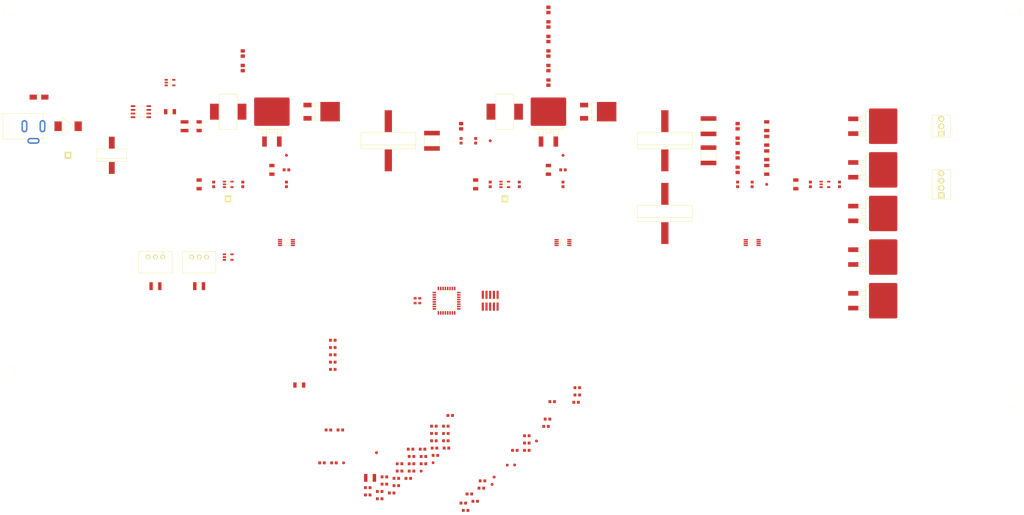
<source format=kicad_pcb>
(kicad_pcb (version 20171130) (host pcbnew 5.1.4-e60b266~84~ubuntu18.04.1)
  (layers (0 F.Cu signal) (31 B.Cu signal) (34 B.Paste user) (35 F.Paste user) (36 B.SilkS user) (37 F.SilkS user) (38 B.Mask user) (39 F.Mask user) (44 Edge.Cuts user))
  (net 0 "")
  (net 1 24v)
  (net 2 GND)
  (net 3 5v)
  (net 4 3v3)
  (net 5 /24V_MON)
  (net 6 "Net-(C11-Pad1)")
  (net 7 "Net-(C14-Pad1)")
  (net 8 "Net-(C15-Pad1)")
  (net 9 "Net-(C16-Pad2)")
  (net 10 "Net-(C16-Pad1)")
  (net 11 "/Boost Converter/24VRS-")
  (net 12 "Net-(C19-Pad1)")
  (net 13 "Net-(C20-Pad2)")
  (net 14 "/Boost Converter/HV+")
  (net 15 "Net-(C23-Pad1)")
  (net 16 /100V_MON)
  (net 17 "/Boost Converter/VRS1")
  (net 18 "/Boost Converter/VRS2")
  (net 19 /400V_MON)
  (net 20 15v)
  (net 21 /I_L1)
  (net 22 "Net-(C42-Pad1)")
  (net 23 /I_L2)
  (net 24 "Net-(C43-Pad1)")
  (net 25 /I_400V)
  (net 26 "Net-(C44-Pad1)")
  (net 27 /I_24V)
  (net 28 "Net-(D1-Pad2)")
  (net 29 "Net-(D3-Pad2)")
  (net 30 "Net-(D4-Pad2)")
  (net 31 "Net-(D5-Pad2)")
  (net 32 "Net-(D6-Pad2)")
  (net 33 "Net-(D7-Pad1)")
  (net 34 "Net-(D8-Pad1)")
  (net 35 "Net-(D10-Pad2)")
  (net 36 "Net-(D11-Pad2)")
  (net 37 "Net-(D12-Pad2)")
  (net 38 "Net-(D13-Pad2)")
  (net 39 "Net-(D14-Pad2)")
  (net 40 "Net-(D15-Pad2)")
  (net 41 "Net-(IC1-Pad4)")
  (net 42 /LED_FAULT)
  (net 43 /UART_TX)
  (net 44 /LED_OK2)
  (net 45 /LED_OK1)
  (net 46 /LED_STAT)
  (net 47 /~RUN)
  (net 48 /SWCLK)
  (net 49 /SWDIO)
  (net 50 "Net-(IC4-Pad22)")
  (net 51 /24VEN)
  (net 52 /GD2)
  (net 53 /GD3)
  (net 54 /GD1)
  (net 55 "Net-(IC4-Pad10)")
  (net 56 /~RST)
  (net 57 "Net-(IC4-Pad3)")
  (net 58 "Net-(IC4-Pad2)")
  (net 59 "/Boost Converter/24VRS+")
  (net 60 "Net-(IC5-Pad4)")
  (net 61 "Net-(IC5-Pad3)")
  (net 62 "Net-(IC6-Pad5)")
  (net 63 "Net-(IC6-Pad1)")
  (net 64 "Net-(IC7-Pad5)")
  (net 65 "Net-(IC7-Pad1)")
  (net 66 "Net-(IC8-Pad5)")
  (net 67 "Net-(IC8-Pad1)")
  (net 68 "Net-(IC10-Pad8)")
  (net 69 "Net-(IC10-Pad5)")
  (net 70 "Net-(IC10-Pad1)")
  (net 71 "Net-(IC11-Pad8)")
  (net 72 "Net-(IC11-Pad5)")
  (net 73 "Net-(IC11-Pad1)")
  (net 74 "Net-(IC12-Pad8)")
  (net 75 "Net-(IC12-Pad5)")
  (net 76 "/Boost Converter/VRS3")
  (net 77 "Net-(IC12-Pad1)")
  (net 78 "/Boost Converter/HV-")
  (net 79 "Net-(J1-Pad2)")
  (net 80 "Net-(J2-Pad2)")
  (net 81 "Net-(P1-Pad8)")
  (net 82 "Net-(P1-Pad7)")
  (net 83 "Net-(P1-Pad6)")
  (net 84 "Net-(Q1-PadS)")
  (net 85 "Net-(Q2-PadS)")
  (net 86 "Net-(Q3-PadD)")
  (net 87 "Net-(R16-Pad2)")
  (net 88 "Net-(R17-Pad2)")
  (net 89 "Net-(R20-Pad2)")
  (net 90 "Net-(R21-Pad2)")
  (net 91 "Net-(R23-Pad2)")
  (net 92 "Net-(R24-Pad2)")
  (net 93 "Net-(R26-Pad2)")
  (net 94 "Net-(R27-Pad2)")
  (net 95 "Net-(R29-Pad2)")
  (net 96 "Net-(R32-Pad2)")
  (net 97 "Net-(R51-Pad2)")
  (module agg:XTAL-25x20 (layer F.Cu) (at 115 120)
    (fp_text reference Y1)
    (fp_text value 25M)
    (pad 4 smd rect (at 0.8 -0.85) (size 1 0.8) (layers F.Cu F.Paste F.Mask) (net 4 3v3))
    (pad 3 smd rect (at 0.8 0.85) (size 1 0.8) (layers F.Cu F.Paste F.Mask) (net 58 "Net-(IC4-Pad2)"))
    (pad 2 smd rect (at -0.8 0.85) (size 1 0.8) (layers F.Cu F.Paste F.Mask) (net 2 GND))
    (pad 1 smd rect (at -0.8 -0.85) (size 1 0.8) (layers F.Cu F.Paste F.Mask) (net 4 3v3))
  )
  (module agg:M3_MOUNT (layer F.Cu) (at -25 145)
    (fp_text reference X4 hide)
    (fp_text value "M3 MOUNT" hide)
    (pad "" np_thru_hole circle (at 1.8 1.8) (size 0.6 0.6) (drill 0.6) (layers *.Cu *.Mask F.SilkS))
    (pad "" np_thru_hole circle (at -1.8 1.8) (size 0.6 0.6) (drill 0.6) (layers *.Cu *.Mask F.SilkS))
    (pad "" np_thru_hole circle (at 1.8 -1.8) (size 0.6 0.6) (drill 0.6) (layers *.Cu *.Mask F.SilkS))
    (pad "" np_thru_hole circle (at -1.8 -1.8) (size 0.6 0.6) (drill 0.6) (layers *.Cu *.Mask F.SilkS))
    (pad "" np_thru_hole circle (at -2.5 0) (size 0.6 0.6) (drill 0.6) (layers *.Cu *.Mask F.SilkS))
    (pad "" np_thru_hole circle (at 0 2.5) (size 0.6 0.6) (drill 0.6) (layers *.Cu *.Mask F.SilkS))
    (pad "" np_thru_hole circle (at 2.5 0) (size 0.6 0.6) (drill 0.6) (layers *.Cu *.Mask F.SilkS))
    (pad "" np_thru_hole circle (at 0 -2.5) (size 0.6 0.6) (drill 0.6) (layers *.Cu *.Mask F.SilkS))
    (pad "" np_thru_hole circle (at 0 0) (size 3.3 3.3) (drill 3.3) (layers *.Cu *.Mask F.SilkS) (clearance 1.65))
  )
  (module agg:M3_MOUNT (layer F.Cu) (at -25 20)
    (fp_text reference X3 hide)
    (fp_text value "M3 MOUNT" hide)
    (pad "" np_thru_hole circle (at 1.8 1.8) (size 0.6 0.6) (drill 0.6) (layers *.Cu *.Mask F.SilkS))
    (pad "" np_thru_hole circle (at -1.8 1.8) (size 0.6 0.6) (drill 0.6) (layers *.Cu *.Mask F.SilkS))
    (pad "" np_thru_hole circle (at 1.8 -1.8) (size 0.6 0.6) (drill 0.6) (layers *.Cu *.Mask F.SilkS))
    (pad "" np_thru_hole circle (at -1.8 -1.8) (size 0.6 0.6) (drill 0.6) (layers *.Cu *.Mask F.SilkS))
    (pad "" np_thru_hole circle (at -2.5 0) (size 0.6 0.6) (drill 0.6) (layers *.Cu *.Mask F.SilkS))
    (pad "" np_thru_hole circle (at 0 2.5) (size 0.6 0.6) (drill 0.6) (layers *.Cu *.Mask F.SilkS))
    (pad "" np_thru_hole circle (at 2.5 0) (size 0.6 0.6) (drill 0.6) (layers *.Cu *.Mask F.SilkS))
    (pad "" np_thru_hole circle (at 0 -2.5) (size 0.6 0.6) (drill 0.6) (layers *.Cu *.Mask F.SilkS))
    (pad "" np_thru_hole circle (at 0 0) (size 3.3 3.3) (drill 3.3) (layers *.Cu *.Mask F.SilkS) (clearance 1.65))
  )
  (module agg:M3_MOUNT (layer F.Cu) (at 320 155)
    (fp_text reference X2 hide)
    (fp_text value "M3 MOUNT" hide)
    (pad "" np_thru_hole circle (at 1.8 1.8) (size 0.6 0.6) (drill 0.6) (layers *.Cu *.Mask F.SilkS))
    (pad "" np_thru_hole circle (at -1.8 1.8) (size 0.6 0.6) (drill 0.6) (layers *.Cu *.Mask F.SilkS))
    (pad "" np_thru_hole circle (at 1.8 -1.8) (size 0.6 0.6) (drill 0.6) (layers *.Cu *.Mask F.SilkS))
    (pad "" np_thru_hole circle (at -1.8 -1.8) (size 0.6 0.6) (drill 0.6) (layers *.Cu *.Mask F.SilkS))
    (pad "" np_thru_hole circle (at -2.5 0) (size 0.6 0.6) (drill 0.6) (layers *.Cu *.Mask F.SilkS))
    (pad "" np_thru_hole circle (at 0 2.5) (size 0.6 0.6) (drill 0.6) (layers *.Cu *.Mask F.SilkS))
    (pad "" np_thru_hole circle (at 2.5 0) (size 0.6 0.6) (drill 0.6) (layers *.Cu *.Mask F.SilkS))
    (pad "" np_thru_hole circle (at 0 -2.5) (size 0.6 0.6) (drill 0.6) (layers *.Cu *.Mask F.SilkS))
    (pad "" np_thru_hole circle (at 0 0) (size 3.3 3.3) (drill 3.3) (layers *.Cu *.Mask F.SilkS) (clearance 1.65))
  )
  (module agg:M3_MOUNT (layer F.Cu) (at 320 20)
    (fp_text reference X1 hide)
    (fp_text value "M3 MOUNT" hide)
    (pad "" np_thru_hole circle (at 1.8 1.8) (size 0.6 0.6) (drill 0.6) (layers *.Cu *.Mask F.SilkS))
    (pad "" np_thru_hole circle (at -1.8 1.8) (size 0.6 0.6) (drill 0.6) (layers *.Cu *.Mask F.SilkS))
    (pad "" np_thru_hole circle (at 1.8 -1.8) (size 0.6 0.6) (drill 0.6) (layers *.Cu *.Mask F.SilkS))
    (pad "" np_thru_hole circle (at -1.8 -1.8) (size 0.6 0.6) (drill 0.6) (layers *.Cu *.Mask F.SilkS))
    (pad "" np_thru_hole circle (at -2.5 0) (size 0.6 0.6) (drill 0.6) (layers *.Cu *.Mask F.SilkS))
    (pad "" np_thru_hole circle (at 0 2.5) (size 0.6 0.6) (drill 0.6) (layers *.Cu *.Mask F.SilkS))
    (pad "" np_thru_hole circle (at 2.5 0) (size 0.6 0.6) (drill 0.6) (layers *.Cu *.Mask F.SilkS))
    (pad "" np_thru_hole circle (at 0 -2.5) (size 0.6 0.6) (drill 0.6) (layers *.Cu *.Mask F.SilkS))
    (pad "" np_thru_hole circle (at 0 0) (size 3.3 3.3) (drill 3.3) (layers *.Cu *.Mask F.SilkS) (clearance 1.65))
  )
  (module agg:TESTPAD (layer F.Cu) (at 145.87 176.54)
    (fp_text reference TP16 hide)
    (fp_text value TESTPAD hide)
    (pad 1 smd circle (at 0 0) (size 1 1) (layers F.Cu F.Mask) (net 78 "/Boost Converter/HV-"))
  )
  (module agg:TESTPAD (layer F.Cu) (at 140.66 183.16)
    (fp_text reference TP15 hide)
    (fp_text value TESTPAD hide)
    (pad 1 smd circle (at 0 0) (size 1 1) (layers F.Cu F.Mask) (net 25 /I_400V))
  )
  (module agg:TESTPAD (layer F.Cu) (at 235 80)
    (fp_text reference TP14 hide)
    (fp_text value TESTPAD hide)
    (pad 1 smd circle (at 0 0) (size 1 1) (layers F.Cu F.Mask) (net 19 /400V_MON))
  )
  (module agg:TESTPAD (layer F.Cu) (at 148.38 176.48)
    (fp_text reference TP13 hide)
    (fp_text value TESTPAD hide)
    (pad 1 smd circle (at 0 0) (size 1 1) (layers F.Cu F.Mask) (net 23 /I_L2))
  )
  (module agg:TESTPAD (layer F.Cu) (at 165 70)
    (fp_text reference TP12 hide)
    (fp_text value TESTPAD hide)
    (pad 1 smd circle (at 0 0) (size 1 1) (layers F.Cu F.Mask) (net 18 "/Boost Converter/VRS2"))
  )
  (module agg:SIL-254P-01 (layer F.Cu) (at 145 85)
    (fp_text reference TP11)
    (fp_text value TESTPAD)
    (pad 1 thru_hole rect (at 0 0) (size 1.9 1.9) (drill 1) (layers *.Cu *.Mask F.SilkS) (net 52 /GD2))
  )
  (module agg:TESTPAD (layer F.Cu) (at 140 65)
    (fp_text reference TP10 hide)
    (fp_text value TESTPAD hide)
    (pad 1 smd circle (at 0 0) (size 1 1) (layers F.Cu F.Mask) (net 16 /100V_MON))
  )
  (module agg:TESTPAD (layer F.Cu) (at 155.89 168.25)
    (fp_text reference TP9 hide)
    (fp_text value TESTPAD hide)
    (pad 1 smd circle (at 0 0) (size 1 1) (layers F.Cu F.Mask) (net 21 /I_L1))
  )
  (module agg:TESTPAD (layer F.Cu) (at 70 70)
    (fp_text reference TP8 hide)
    (fp_text value TESTPAD hide)
    (pad 1 smd circle (at 0 0) (size 1 1) (layers F.Cu F.Mask) (net 17 "/Boost Converter/VRS1"))
  )
  (module agg:SIL-254P-01 (layer F.Cu) (at 50 85)
    (fp_text reference TP7)
    (fp_text value TESTPAD)
    (pad 1 thru_hole rect (at 0 0) (size 1.9 1.9) (drill 1) (layers *.Cu *.Mask F.SilkS) (net 54 /GD1))
  )
  (module agg:TESTPAD (layer F.Cu) (at 141.36 180.65)
    (fp_text reference TP6 hide)
    (fp_text value TESTPAD hide)
    (pad 1 smd circle (at 0 0) (size 1 1) (layers F.Cu F.Mask) (net 27 /I_24V))
  )
  (module agg:TESTPAD (layer F.Cu) (at 89.63 175.76)
    (fp_text reference TP5 hide)
    (fp_text value TESTPAD hide)
    (pad 1 smd circle (at 0 0) (size 1 1) (layers F.Cu F.Mask) (net 4 3v3))
  )
  (module agg:TESTPAD (layer F.Cu) (at 100.93 172.26)
    (fp_text reference TP4 hide)
    (fp_text value TESTPAD hide)
    (pad 1 smd circle (at 0 0) (size 1 1) (layers F.Cu F.Mask) (net 3 5v))
  )
  (module agg:TESTPAD (layer F.Cu) (at 116.27 178.59)
    (fp_text reference TP3 hide)
    (fp_text value TESTPAD hide)
    (pad 1 smd circle (at 0 0) (size 1 1) (layers F.Cu F.Mask) (net 20 15v))
  )
  (module agg:SIL-254P-01 (layer F.Cu) (at -5 70)
    (fp_text reference TP2)
    (fp_text value TESTPAD)
    (pad 1 thru_hole rect (at 0 0) (size 1.9 1.9) (drill 1) (layers *.Cu *.Mask F.SilkS) (net 2 GND))
  )
  (module agg:TESTPAD (layer F.Cu) (at 120.38 175.7)
    (fp_text reference TP1 hide)
    (fp_text value TESTPAD hide)
    (pad 1 smd circle (at 0 0) (size 1 1) (layers F.Cu F.Mask) (net 1 24v))
  )
  (module agg:1206 (layer F.Cu) (at 235 75 270)
    (fp_text reference R52)
    (fp_text value 100k)
    (pad 2 smd rect (at 1.5 0 270) (size 1.15 1.8) (layers F.Cu F.Paste F.Mask) (net 2 GND))
    (pad 1 smd rect (at -1.5 0 270) (size 1.15 1.8) (layers F.Cu F.Paste F.Mask) (net 97 "Net-(R51-Pad2)"))
  )
  (module agg:1206 (layer F.Cu) (at 235 70 270)
    (fp_text reference R51)
    (fp_text value 100k)
    (pad 2 smd rect (at 1.5 0 270) (size 1.15 1.8) (layers F.Cu F.Paste F.Mask) (net 97 "Net-(R51-Pad2)"))
    (pad 1 smd rect (at -1.5 0 270) (size 1.15 1.8) (layers F.Cu F.Paste F.Mask) (net 92 "Net-(R24-Pad2)"))
  )
  (module agg:0603 (layer F.Cu) (at 152.58 166.44)
    (fp_text reference R50)
    (fp_text value 1k)
    (pad 2 smd rect (at 0.8 0) (size 0.95 1) (layers F.Cu F.Paste F.Mask) (net 78 "/Boost Converter/HV-"))
    (pad 1 smd rect (at -0.8 0) (size 0.95 1) (layers F.Cu F.Paste F.Mask) (net 76 "/Boost Converter/VRS3"))
  )
  (module agg:0805 (layer F.Cu) (at 160 35 90)
    (fp_text reference R49)
    (fp_text value DNF)
    (pad 2 smd rect (at 0.9 0 90) (size 1.15 1.45) (layers F.Cu F.Paste F.Mask) (net 10 "Net-(C16-Pad1)"))
    (pad 1 smd rect (at -0.9 0 90) (size 1.15 1.45) (layers F.Cu F.Paste F.Mask) (net 88 "Net-(R17-Pad2)"))
  )
  (module agg:0603 (layer F.Cu) (at 152.58 168.95)
    (fp_text reference R48)
    (fp_text value 100k)
    (pad 2 smd rect (at 0.8 0) (size 0.95 1) (layers F.Cu F.Paste F.Mask) (net 2 GND))
    (pad 1 smd rect (at -0.8 0) (size 0.95 1) (layers F.Cu F.Paste F.Mask) (net 27 /I_24V))
  )
  (module agg:0603 (layer F.Cu) (at 130.75 189.6)
    (fp_text reference R47)
    (fp_text value 1k)
    (pad 2 smd rect (at 0.8 0) (size 0.95 1) (layers F.Cu F.Paste F.Mask) (net 2 GND))
    (pad 1 smd rect (at -0.8 0) (size 0.95 1) (layers F.Cu F.Paste F.Mask) (net 26 "Net-(C44-Pad1)"))
  )
  (module agg:0603 (layer F.Cu) (at 137.35 181.95)
    (fp_text reference R46)
    (fp_text value 1k)
    (pad 2 smd rect (at 0.8 0) (size 0.95 1) (layers F.Cu F.Paste F.Mask) (net 2 GND))
    (pad 1 smd rect (at -0.8 0) (size 0.95 1) (layers F.Cu F.Paste F.Mask) (net 24 "Net-(C43-Pad1)"))
  )
  (module agg:0603 (layer F.Cu) (at 169.9 149.91)
    (fp_text reference R45)
    (fp_text value 1k)
    (pad 2 smd rect (at 0.8 0) (size 0.95 1) (layers F.Cu F.Paste F.Mask) (net 2 GND))
    (pad 1 smd rect (at -0.8 0) (size 0.95 1) (layers F.Cu F.Paste F.Mask) (net 22 "Net-(C42-Pad1)"))
  )
  (module agg:0603 (layer F.Cu) (at 148.47 171.46)
    (fp_text reference R43)
    (fp_text value 1M)
    (pad 2 smd rect (at 0.8 0) (size 0.95 1) (layers F.Cu F.Paste F.Mask) (net 25 /I_400V))
    (pad 1 smd rect (at -0.8 0) (size 0.95 1) (layers F.Cu F.Paste F.Mask) (net 26 "Net-(C44-Pad1)"))
  )
  (module agg:0603 (layer F.Cu) (at 132.84 186.46)
    (fp_text reference R42)
    (fp_text value 68k)
    (pad 2 smd rect (at 0.8 0) (size 0.95 1) (layers F.Cu F.Paste F.Mask) (net 23 /I_L2))
    (pad 1 smd rect (at -0.8 0) (size 0.95 1) (layers F.Cu F.Paste F.Mask) (net 24 "Net-(C43-Pad1)"))
  )
  (module agg:0603 (layer F.Cu) (at 159.68 160.72)
    (fp_text reference R41)
    (fp_text value 68k)
    (pad 2 smd rect (at 0.8 0) (size 0.95 1) (layers F.Cu F.Paste F.Mask) (net 21 /I_L1))
    (pad 1 smd rect (at -0.8 0) (size 0.95 1) (layers F.Cu F.Paste F.Mask) (net 22 "Net-(C42-Pad1)"))
  )
  (module agg:0603 (layer F.Cu) (at 260 80 270)
    (fp_text reference R40)
    (fp_text value 100k)
    (pad 2 smd rect (at 0.8 0 270) (size 0.95 1) (layers F.Cu F.Paste F.Mask) (net 2 GND))
    (pad 1 smd rect (at -0.8 0 270) (size 0.95 1) (layers F.Cu F.Paste F.Mask) (net 66 "Net-(IC8-Pad5)"))
  )
  (module agg:1206 (layer F.Cu) (at 74.41 149)
    (fp_text reference R39)
    (fp_text value 10m)
    (pad 2 smd rect (at 1.5 0) (size 1.15 1.8) (layers F.Cu F.Paste F.Mask) (net 2 GND))
    (pad 1 smd rect (at -1.5 0) (size 1.15 1.8) (layers F.Cu F.Paste F.Mask) (net 78 "/Boost Converter/HV-"))
  )
  (module agg:D2PAK_R (layer F.Cu) (at 275 105 270)
    (fp_text reference R38)
    (fp_text value 100)
    (pad 2 smd roundrect (at 2.54 10.275 270) (size 1.6 3.5) (layers F.Cu F.Paste F.Mask) (roundrect_rratio 0.062) (net 86 "Net-(Q3-PadD)"))
    (pad 1 smd roundrect (at -2.54 10.275 270) (size 1.6 3.5) (layers F.Cu F.Paste F.Mask) (roundrect_rratio 0.062) (net 96 "Net-(R32-Pad2)"))
    (pad ~ smd roundrect (at 0 0 270) (size 12.2 9.75) (layers F.Cu F.Paste F.Mask) (roundrect_rratio 0.051))
  )
  (module agg:0603 (layer F.Cu) (at 225 80 270)
    (fp_text reference R37)
    (fp_text value 10k)
    (pad 2 smd rect (at 0.8 0 270) (size 0.95 1) (layers F.Cu F.Paste F.Mask) (net 2 GND))
    (pad 1 smd rect (at -0.8 0 270) (size 0.95 1) (layers F.Cu F.Paste F.Mask) (net 19 /400V_MON))
  )
  (module agg:1206 (layer F.Cu) (at 160 75 270)
    (fp_text reference R36)
    (fp_text value 10m)
    (pad 2 smd rect (at 1.5 0 270) (size 1.15 1.8) (layers F.Cu F.Paste F.Mask) (net 2 GND))
    (pad 1 smd rect (at -1.5 0 270) (size 1.15 1.8) (layers F.Cu F.Paste F.Mask) (net 85 "Net-(Q2-PadS)"))
  )
  (module agg:0603 (layer F.Cu) (at 150 80 270)
    (fp_text reference R35)
    (fp_text value 100k)
    (pad 2 smd rect (at 0.8 0 270) (size 0.95 1) (layers F.Cu F.Paste F.Mask) (net 2 GND))
    (pad 1 smd rect (at -0.8 0 270) (size 0.95 1) (layers F.Cu F.Paste F.Mask) (net 64 "Net-(IC7-Pad5)"))
  )
  (module agg:1206 (layer F.Cu) (at 65 75 270)
    (fp_text reference R34)
    (fp_text value 10m)
    (pad 2 smd rect (at 1.5 0 270) (size 1.15 1.8) (layers F.Cu F.Paste F.Mask) (net 2 GND))
    (pad 1 smd rect (at -1.5 0 270) (size 1.15 1.8) (layers F.Cu F.Paste F.Mask) (net 84 "Net-(Q1-PadS)"))
  )
  (module agg:0603 (layer F.Cu) (at 55 80 270)
    (fp_text reference R33)
    (fp_text value 100k)
    (pad 2 smd rect (at 0.8 0 270) (size 0.95 1) (layers F.Cu F.Paste F.Mask) (net 2 GND))
    (pad 1 smd rect (at -0.8 0 270) (size 0.95 1) (layers F.Cu F.Paste F.Mask) (net 62 "Net-(IC6-Pad5)"))
  )
  (module agg:D2PAK_R (layer F.Cu) (at 275 90 270)
    (fp_text reference R32)
    (fp_text value 100)
    (pad 2 smd roundrect (at 2.54 10.275 270) (size 1.6 3.5) (layers F.Cu F.Paste F.Mask) (roundrect_rratio 0.062) (net 96 "Net-(R32-Pad2)"))
    (pad 1 smd roundrect (at -2.54 10.275 270) (size 1.6 3.5) (layers F.Cu F.Paste F.Mask) (roundrect_rratio 0.062) (net 95 "Net-(R29-Pad2)"))
    (pad ~ smd roundrect (at 0 0 270) (size 12.2 9.75) (layers F.Cu F.Paste F.Mask) (roundrect_rratio 0.051))
  )
  (module agg:0603 (layer F.Cu) (at 165 75 180)
    (fp_text reference R31)
    (fp_text value 1k)
    (pad 2 smd rect (at 0.8 0 180) (size 0.95 1) (layers F.Cu F.Paste F.Mask) (net 85 "Net-(Q2-PadS)"))
    (pad 1 smd rect (at -0.8 0 180) (size 0.95 1) (layers F.Cu F.Paste F.Mask) (net 18 "/Boost Converter/VRS2"))
  )
  (module agg:0603 (layer F.Cu) (at 70 75 180)
    (fp_text reference R30)
    (fp_text value 1k)
    (pad 2 smd rect (at 0.8 0 180) (size 0.95 1) (layers F.Cu F.Paste F.Mask) (net 84 "Net-(Q1-PadS)"))
    (pad 1 smd rect (at -0.8 0 180) (size 0.95 1) (layers F.Cu F.Paste F.Mask) (net 17 "/Boost Converter/VRS1"))
  )
  (module agg:D2PAK_R (layer F.Cu) (at 275 75 270)
    (fp_text reference R29)
    (fp_text value 100)
    (pad 2 smd roundrect (at 2.54 10.275 270) (size 1.6 3.5) (layers F.Cu F.Paste F.Mask) (roundrect_rratio 0.062) (net 95 "Net-(R29-Pad2)"))
    (pad 1 smd roundrect (at -2.54 10.275 270) (size 1.6 3.5) (layers F.Cu F.Paste F.Mask) (roundrect_rratio 0.062) (net 94 "Net-(R27-Pad2)"))
    (pad ~ smd roundrect (at 0 0 270) (size 12.2 9.75) (layers F.Cu F.Paste F.Mask) (roundrect_rratio 0.051))
  )
  (module agg:0805 (layer F.Cu) (at 225 75 270)
    (fp_text reference R28)
    (fp_text value 499k)
    (pad 2 smd rect (at 0.9 0 270) (size 1.15 1.45) (layers F.Cu F.Paste F.Mask) (net 19 /400V_MON))
    (pad 1 smd rect (at -0.9 0 270) (size 1.15 1.45) (layers F.Cu F.Paste F.Mask) (net 93 "Net-(R26-Pad2)"))
  )
  (module agg:D2PAK_R (layer F.Cu) (at 275 60 270)
    (fp_text reference R27)
    (fp_text value 100)
    (pad 2 smd roundrect (at 2.54 10.275 270) (size 1.6 3.5) (layers F.Cu F.Paste F.Mask) (roundrect_rratio 0.062) (net 94 "Net-(R27-Pad2)"))
    (pad 1 smd roundrect (at -2.54 10.275 270) (size 1.6 3.5) (layers F.Cu F.Paste F.Mask) (roundrect_rratio 0.062) (net 14 "/Boost Converter/HV+"))
    (pad ~ smd roundrect (at 0 0 270) (size 12.2 9.75) (layers F.Cu F.Paste F.Mask) (roundrect_rratio 0.051))
  )
  (module agg:0805 (layer F.Cu) (at 225 70 270)
    (fp_text reference R26)
    (fp_text value 499k)
    (pad 2 smd rect (at 0.9 0 270) (size 1.15 1.45) (layers F.Cu F.Paste F.Mask) (net 93 "Net-(R26-Pad2)"))
    (pad 1 smd rect (at -0.9 0 270) (size 1.15 1.45) (layers F.Cu F.Paste F.Mask) (net 91 "Net-(R23-Pad2)"))
  )
  (module agg:0603 (layer F.Cu) (at 130 65 270)
    (fp_text reference R25)
    (fp_text value 10k)
    (pad 2 smd rect (at 0.8 0 270) (size 0.95 1) (layers F.Cu F.Paste F.Mask) (net 2 GND))
    (pad 1 smd rect (at -0.8 0 270) (size 0.95 1) (layers F.Cu F.Paste F.Mask) (net 16 /100V_MON))
  )
  (module agg:1206 (layer F.Cu) (at 235 65 270)
    (fp_text reference R24)
    (fp_text value 100k)
    (pad 2 smd rect (at 1.5 0 270) (size 1.15 1.8) (layers F.Cu F.Paste F.Mask) (net 92 "Net-(R24-Pad2)"))
    (pad 1 smd rect (at -1.5 0 270) (size 1.15 1.8) (layers F.Cu F.Paste F.Mask) (net 90 "Net-(R21-Pad2)"))
  )
  (module agg:0805 (layer F.Cu) (at 225 65 270)
    (fp_text reference R23)
    (fp_text value 499k)
    (pad 2 smd rect (at 0.9 0 270) (size 1.15 1.45) (layers F.Cu F.Paste F.Mask) (net 91 "Net-(R23-Pad2)"))
    (pad 1 smd rect (at -0.9 0 270) (size 1.15 1.45) (layers F.Cu F.Paste F.Mask) (net 89 "Net-(R20-Pad2)"))
  )
  (module agg:0603 (layer F.Cu) (at 85.92 141.12)
    (fp_text reference R22)
    (fp_text value 10k)
    (pad 2 smd rect (at 0.8 0) (size 0.95 1) (layers F.Cu F.Paste F.Mask) (net 2 GND))
    (pad 1 smd rect (at -0.8 0) (size 0.95 1) (layers F.Cu F.Paste F.Mask) (net 51 /24VEN))
  )
  (module agg:1206 (layer F.Cu) (at 235 60 270)
    (fp_text reference R21)
    (fp_text value 100k)
    (pad 2 smd rect (at 1.5 0 270) (size 1.15 1.8) (layers F.Cu F.Paste F.Mask) (net 90 "Net-(R21-Pad2)"))
    (pad 1 smd rect (at -1.5 0 270) (size 1.15 1.8) (layers F.Cu F.Paste F.Mask) (net 14 "/Boost Converter/HV+"))
  )
  (module agg:0805 (layer F.Cu) (at 225 60 270)
    (fp_text reference R20)
    (fp_text value 499k)
    (pad 2 smd rect (at 0.9 0 270) (size 1.15 1.45) (layers F.Cu F.Paste F.Mask) (net 89 "Net-(R20-Pad2)"))
    (pad 1 smd rect (at -0.9 0 270) (size 1.15 1.45) (layers F.Cu F.Paste F.Mask) (net 14 "/Boost Converter/HV+"))
  )
  (module agg:0805 (layer F.Cu) (at 130 60 270)
    (fp_text reference R19)
    (fp_text value 499k)
    (pad 2 smd rect (at 0.9 0 270) (size 1.15 1.45) (layers F.Cu F.Paste F.Mask) (net 16 /100V_MON))
    (pad 1 smd rect (at -0.9 0 270) (size 1.15 1.45) (layers F.Cu F.Paste F.Mask) (net 12 "Net-(C19-Pad1)"))
  )
  (module agg:1206 (layer F.Cu) (at 30 55)
    (fp_text reference R18)
    (fp_text value 10m)
    (pad 2 smd rect (at 1.5 0) (size 1.15 1.8) (layers F.Cu F.Paste F.Mask) (net 11 "/Boost Converter/24VRS-"))
    (pad 1 smd rect (at -1.5 0) (size 1.15 1.8) (layers F.Cu F.Paste F.Mask) (net 59 "/Boost Converter/24VRS+"))
  )
  (module agg:0805 (layer F.Cu) (at 160 40 90)
    (fp_text reference R17)
    (fp_text value DNF)
    (pad 2 smd rect (at 0.9 0 90) (size 1.15 1.45) (layers F.Cu F.Paste F.Mask) (net 88 "Net-(R17-Pad2)"))
    (pad 1 smd rect (at -0.9 0 90) (size 1.15 1.45) (layers F.Cu F.Paste F.Mask) (net 87 "Net-(R16-Pad2)"))
  )
  (module agg:0805 (layer F.Cu) (at 160 45 90)
    (fp_text reference R16)
    (fp_text value DNF)
    (pad 2 smd rect (at 0.9 0 90) (size 1.15 1.45) (layers F.Cu F.Paste F.Mask) (net 87 "Net-(R16-Pad2)"))
    (pad 1 smd rect (at -0.9 0 90) (size 1.15 1.45) (layers F.Cu F.Paste F.Mask) (net 40 "Net-(D15-Pad2)"))
  )
  (module agg:0805 (layer F.Cu) (at 55 40 90)
    (fp_text reference R14)
    (fp_text value DNF)
    (pad 2 smd rect (at 0.9 0 90) (size 1.15 1.45) (layers F.Cu F.Paste F.Mask) (net 7 "Net-(C14-Pad1)"))
    (pad 1 smd rect (at -0.9 0 90) (size 1.15 1.45) (layers F.Cu F.Paste F.Mask) (net 39 "Net-(D14-Pad2)"))
  )
  (module agg:0603 (layer F.Cu) (at 121.18 173.19)
    (fp_text reference R13)
    (fp_text value 1k)
    (pad 2 smd rect (at 0.8 0) (size 0.95 1) (layers F.Cu F.Paste F.Mask) (net 38 "Net-(D13-Pad2)"))
    (pad 1 smd rect (at -0.8 0) (size 0.95 1) (layers F.Cu F.Paste F.Mask) (net 44 /LED_OK2))
  )
  (module agg:0603 (layer F.Cu) (at 124.97 170.68)
    (fp_text reference R12)
    (fp_text value 1k)
    (pad 2 smd rect (at 0.8 0) (size 0.95 1) (layers F.Cu F.Paste F.Mask) (net 37 "Net-(D12-Pad2)"))
    (pad 1 smd rect (at -0.8 0) (size 0.95 1) (layers F.Cu F.Paste F.Mask) (net 45 /LED_OK1))
  )
  (module agg:0603 (layer F.Cu) (at 117.07 176.08)
    (fp_text reference R11)
    (fp_text value 1k)
    (pad 2 smd rect (at 0.8 0) (size 0.95 1) (layers F.Cu F.Paste F.Mask) (net 36 "Net-(D11-Pad2)"))
    (pad 1 smd rect (at -0.8 0) (size 0.95 1) (layers F.Cu F.Paste F.Mask) (net 46 /LED_STAT))
  )
  (module agg:0603 (layer F.Cu) (at 103.64 180.58)
    (fp_text reference R10)
    (fp_text value 1k)
    (pad 2 smd rect (at 0.8 0) (size 0.95 1) (layers F.Cu F.Paste F.Mask) (net 35 "Net-(D10-Pad2)"))
    (pad 1 smd rect (at -0.8 0) (size 0.95 1) (layers F.Cu F.Paste F.Mask) (net 42 /LED_FAULT))
  )
  (module agg:0603 (layer F.Cu) (at 120.65 163.15)
    (fp_text reference R9)
    (fp_text value 1k)
    (pad 2 smd rect (at 0.8 0) (size 0.95 1) (layers F.Cu F.Paste F.Mask) (net 43 /UART_TX))
    (pad 1 smd rect (at -0.8 0) (size 0.95 1) (layers F.Cu F.Paste F.Mask) (net 33 "Net-(D7-Pad1)"))
  )
  (module agg:0603 (layer F.Cu) (at 97.93 184.28)
    (fp_text reference R8)
    (fp_text value 1k)
    (pad 2 smd rect (at 0.8 0) (size 0.95 1) (layers F.Cu F.Paste F.Mask) (net 47 /~RUN))
    (pad 1 smd rect (at -0.8 0) (size 0.95 1) (layers F.Cu F.Paste F.Mask) (net 34 "Net-(D8-Pad1)"))
  )
  (module agg:0603 (layer F.Cu) (at 112.64 171.06)
    (fp_text reference R7)
    (fp_text value 10k)
    (pad 2 smd rect (at 0.8 0) (size 0.95 1) (layers F.Cu F.Paste F.Mask) (net 4 3v3))
    (pad 1 smd rect (at -0.8 0) (size 0.95 1) (layers F.Cu F.Paste F.Mask) (net 47 /~RUN))
  )
  (module agg:0603 (layer F.Cu) (at 86.32 175.76)
    (fp_text reference R6)
    (fp_text value 10k)
    (pad 2 smd rect (at 0.8 0) (size 0.95 1) (layers F.Cu F.Paste F.Mask) (net 32 "Net-(D6-Pad2)"))
    (pad 1 smd rect (at -0.8 0) (size 0.95 1) (layers F.Cu F.Paste F.Mask) (net 1 24v))
  )
  (module agg:0603 (layer F.Cu) (at 84.41 164.45)
    (fp_text reference R5)
    (fp_text value 1k)
    (pad 2 smd rect (at 0.8 0) (size 0.95 1) (layers F.Cu F.Paste F.Mask) (net 31 "Net-(D5-Pad2)"))
    (pad 1 smd rect (at -0.8 0) (size 0.95 1) (layers F.Cu F.Paste F.Mask) (net 4 3v3))
  )
  (module agg:0603 (layer F.Cu) (at 88.52 164.45)
    (fp_text reference R4)
    (fp_text value 1k)
    (pad 2 smd rect (at 0.8 0) (size 0.95 1) (layers F.Cu F.Paste F.Mask) (net 30 "Net-(D4-Pad2)"))
    (pad 1 smd rect (at -0.8 0) (size 0.95 1) (layers F.Cu F.Paste F.Mask) (net 3 5v))
  )
  (module agg:0603 (layer F.Cu) (at 82.21 175.76)
    (fp_text reference R3)
    (fp_text value 10k)
    (pad 2 smd rect (at 0.8 0) (size 0.95 1) (layers F.Cu F.Paste F.Mask) (net 29 "Net-(D3-Pad2)"))
    (pad 1 smd rect (at -0.8 0) (size 0.95 1) (layers F.Cu F.Paste F.Mask) (net 20 15v))
  )
  (module agg:0603 (layer F.Cu) (at 97.93 186.79)
    (fp_text reference R2)
    (fp_text value 10k)
    (pad 2 smd rect (at 0.8 0) (size 0.95 1) (layers F.Cu F.Paste F.Mask) (net 2 GND))
    (pad 1 smd rect (at -0.8 0) (size 0.95 1) (layers F.Cu F.Paste F.Mask) (net 5 /24V_MON))
  )
  (module agg:0603 (layer F.Cu) (at 120.86 170.68)
    (fp_text reference R1)
    (fp_text value 100k)
    (pad 2 smd rect (at 0.8 0) (size 0.95 1) (layers F.Cu F.Paste F.Mask) (net 5 /24V_MON))
    (pad 1 smd rect (at -0.8 0) (size 0.95 1) (layers F.Cu F.Paste F.Mask) (net 1 24v))
  )
  (module agg:D2PAK_GDS (layer F.Cu) (at 275 120 270)
    (fp_text reference Q3)
    (fp_text value STB45N60DM2AG)
    (pad S smd roundrect (at 2.54 10.275 270) (size 1.6 3.5) (layers F.Cu F.Paste F.Mask) (roundrect_rratio 0.062) (net 2 GND))
    (pad G smd roundrect (at -2.54 10.275 270) (size 1.6 3.5) (layers F.Cu F.Paste F.Mask) (roundrect_rratio 0.062) (net 66 "Net-(IC8-Pad5)"))
    (pad D smd roundrect (at 0 0 270) (size 12.2 9.75) (layers F.Cu F.Paste F.Mask) (roundrect_rratio 0.051) (net 86 "Net-(Q3-PadD)"))
  )
  (module agg:D2PAK_GDS (layer F.Cu) (at 160 55)
    (fp_text reference Q2)
    (fp_text value STB45N60DM2AG)
    (pad S smd roundrect (at 2.54 10.275) (size 1.6 3.5) (layers F.Cu F.Paste F.Mask) (roundrect_rratio 0.062) (net 85 "Net-(Q2-PadS)"))
    (pad G smd roundrect (at -2.54 10.275) (size 1.6 3.5) (layers F.Cu F.Paste F.Mask) (roundrect_rratio 0.062) (net 64 "Net-(IC7-Pad5)"))
    (pad D smd roundrect (at 0 0) (size 12.2 9.75) (layers F.Cu F.Paste F.Mask) (roundrect_rratio 0.051) (net 40 "Net-(D15-Pad2)"))
  )
  (module agg:D2PAK_GDS (layer F.Cu) (at 65 55)
    (fp_text reference Q1)
    (fp_text value STB45N60DM2AG)
    (pad S smd roundrect (at 2.54 10.275) (size 1.6 3.5) (layers F.Cu F.Paste F.Mask) (roundrect_rratio 0.062) (net 84 "Net-(Q1-PadS)"))
    (pad G smd roundrect (at -2.54 10.275) (size 1.6 3.5) (layers F.Cu F.Paste F.Mask) (roundrect_rratio 0.062) (net 62 "Net-(IC6-Pad5)"))
    (pad D smd roundrect (at 0 0) (size 12.2 9.75) (layers F.Cu F.Paste F.Mask) (roundrect_rratio 0.051) (net 39 "Net-(D14-Pad2)"))
  )
  (module agg:FTSH-105-01-L-DV-K (layer F.Cu) (at 140 120)
    (fp_text reference P1)
    (fp_text value SWD)
    (pad 10 smd rect (at 2.54 -2.035) (size 0.74 2.79) (layers F.Cu F.Paste F.Mask) (net 56 /~RST))
    (pad 9 smd rect (at 2.54 2.035) (size 0.74 2.79) (layers F.Cu F.Paste F.Mask) (net 2 GND))
    (pad 8 smd rect (at 1.27 -2.035) (size 0.74 2.79) (layers F.Cu F.Paste F.Mask) (net 81 "Net-(P1-Pad8)"))
    (pad 7 smd rect (at 1.27 2.035) (size 0.74 2.79) (layers F.Cu F.Paste F.Mask) (net 82 "Net-(P1-Pad7)"))
    (pad 6 smd rect (at 0 -2.035) (size 0.74 2.79) (layers F.Cu F.Paste F.Mask) (net 83 "Net-(P1-Pad6)"))
    (pad 5 smd rect (at 0 2.035) (size 0.74 2.79) (layers F.Cu F.Paste F.Mask) (net 2 GND))
    (pad 4 smd rect (at -1.27 -2.035) (size 0.74 2.79) (layers F.Cu F.Paste F.Mask) (net 48 /SWCLK))
    (pad 3 smd rect (at -1.27 2.035) (size 0.74 2.79) (layers F.Cu F.Paste F.Mask) (net 2 GND))
    (pad 2 smd rect (at -2.54 -2.035) (size 0.74 2.79) (layers F.Cu F.Paste F.Mask) (net 49 /SWDIO))
    (pad 1 smd rect (at -2.54 2.035) (size 0.74 2.79) (layers F.Cu F.Paste F.Mask) (net 4 3v3))
  )
  (module agg:0603 (layer F.Cu) (at 112.96 176.08)
    (fp_text reference L3)
    (fp_text value FB)
    (pad 2 smd rect (at 0.8 0) (size 0.95 1) (layers F.Cu F.Paste F.Mask) (net 4 3v3))
    (pad 1 smd rect (at -0.8 0) (size 0.95 1) (layers F.Cu F.Paste F.Mask) (net 6 "Net-(C11-Pad1)"))
  )
  (module agg:MSS1210 (layer F.Cu) (at 145 55)
    (fp_text reference L2)
    (fp_text value 47µH)
    (pad 2 smd rect (at 4.75 0) (size 3 5.5) (layers F.Cu F.Paste F.Mask) (net 40 "Net-(D15-Pad2)"))
    (pad 1 smd rect (at -4.75 0) (size 3 5.5) (layers F.Cu F.Paste F.Mask) (net 12 "Net-(C19-Pad1)"))
  )
  (module agg:MSS1210 (layer F.Cu) (at 50 55)
    (fp_text reference L1)
    (fp_text value 47µH)
    (pad 2 smd rect (at 4.75 0) (size 3 5.5) (layers F.Cu F.Paste F.Mask) (net 39 "Net-(D14-Pad2)"))
    (pad 1 smd rect (at -4.75 0) (size 3 5.5) (layers F.Cu F.Paste F.Mask) (net 11 "/Boost Converter/24VRS-"))
  )
  (module agg:MOLEX-KK-254P-04 (layer F.Cu) (at 295 80 90)
    (fp_text reference J3)
    (fp_text value CTRL)
    (pad 4 thru_hole circle (at 3.81 0 90) (size 1.9 1.9) (drill 1) (layers *.Cu *.Mask F.SilkS) (net 2 GND))
    (pad 3 thru_hole circle (at 1.27 0 90) (size 1.9 1.9) (drill 1) (layers *.Cu *.Mask F.SilkS) (net 33 "Net-(D7-Pad1)"))
    (pad 2 thru_hole circle (at -1.27 0 90) (size 1.9 1.9) (drill 1) (layers *.Cu *.Mask F.SilkS) (net 34 "Net-(D8-Pad1)"))
    (pad 1 thru_hole rect (at -3.81 0 90) (size 1.9 1.9) (drill 1) (layers *.Cu *.Mask F.SilkS) (net 1 24v))
  )
  (module agg:BARRELJACK (layer F.Cu) (at -16.9 60 180)
    (fp_text reference J2)
    (fp_text value PWR_IN)
    (pad 3 thru_hole roundrect (at 3.1 0 270) (size 4.2 2) (drill oval 3.2 1) (layers *.Cu *.Mask) (roundrect_rratio 0.5) (net 2 GND))
    (pad 2 thru_hole roundrect (at 0 -5 180) (size 4.2 2) (drill oval 3.2 1) (layers *.Cu *.Mask) (roundrect_rratio 0.5) (net 80 "Net-(J2-Pad2)"))
    (pad 1 thru_hole roundrect (at -3.1 0 270) (size 4.2 2) (drill oval 3.2 1) (layers *.Cu *.Mask) (roundrect_rratio 0.5) (net 28 "Net-(D1-Pad2)"))
  )
  (module agg:MOLEX-KK-254P-03 (layer F.Cu) (at 295 60 90)
    (fp_text reference J1)
    (fp_text value HV_OUT)
    (pad 3 thru_hole circle (at 2.54 0 90) (size 1.9 1.9) (drill 1) (layers *.Cu *.Mask F.SilkS) (net 78 "/Boost Converter/HV-"))
    (pad 2 thru_hole circle (at 0 0 90) (size 1.9 1.9) (drill 1) (layers *.Cu *.Mask F.SilkS) (net 79 "Net-(J1-Pad2)"))
    (pad 1 thru_hole rect (at -2.54 0 90) (size 1.9 1.9) (drill 1) (layers *.Cu *.Mask F.SilkS) (net 14 "/Boost Converter/HV+"))
  )
  (module agg:MSOP-8 (layer F.Cu) (at 230 100)
    (fp_text reference IC12)
    (fp_text value AD8551)
    (pad 8 smd rect (at 2.2 -0.975) (size 1.45 0.45) (layers F.Cu F.Paste F.Mask) (net 74 "Net-(IC12-Pad8)"))
    (pad 7 smd rect (at 2.2 -0.325) (size 1.45 0.45) (layers F.Cu F.Paste F.Mask) (net 4 3v3))
    (pad 6 smd rect (at 2.2 0.325) (size 1.45 0.45) (layers F.Cu F.Paste F.Mask) (net 25 /I_400V))
    (pad 5 smd rect (at 2.2 0.975) (size 1.45 0.45) (layers F.Cu F.Paste F.Mask) (net 75 "Net-(IC12-Pad5)"))
    (pad 4 smd rect (at -2.2 0.975) (size 1.45 0.45) (layers F.Cu F.Paste F.Mask) (net 2 GND))
    (pad 3 smd rect (at -2.2 0.325) (size 1.45 0.45) (layers F.Cu F.Paste F.Mask) (net 76 "/Boost Converter/VRS3"))
    (pad 2 smd rect (at -2.2 -0.325) (size 1.45 0.45) (layers F.Cu F.Paste F.Mask) (net 26 "Net-(C44-Pad1)"))
    (pad 1 smd rect (at -2.2 -0.975) (size 1.45 0.45) (layers F.Cu F.Paste F.Mask) (net 77 "Net-(IC12-Pad1)"))
  )
  (module agg:MSOP-8 (layer F.Cu) (at 165 100)
    (fp_text reference IC11)
    (fp_text value AD8551)
    (pad 8 smd rect (at 2.2 -0.975) (size 1.45 0.45) (layers F.Cu F.Paste F.Mask) (net 71 "Net-(IC11-Pad8)"))
    (pad 7 smd rect (at 2.2 -0.325) (size 1.45 0.45) (layers F.Cu F.Paste F.Mask) (net 4 3v3))
    (pad 6 smd rect (at 2.2 0.325) (size 1.45 0.45) (layers F.Cu F.Paste F.Mask) (net 23 /I_L2))
    (pad 5 smd rect (at 2.2 0.975) (size 1.45 0.45) (layers F.Cu F.Paste F.Mask) (net 72 "Net-(IC11-Pad5)"))
    (pad 4 smd rect (at -2.2 0.975) (size 1.45 0.45) (layers F.Cu F.Paste F.Mask) (net 2 GND))
    (pad 3 smd rect (at -2.2 0.325) (size 1.45 0.45) (layers F.Cu F.Paste F.Mask) (net 18 "/Boost Converter/VRS2"))
    (pad 2 smd rect (at -2.2 -0.325) (size 1.45 0.45) (layers F.Cu F.Paste F.Mask) (net 24 "Net-(C43-Pad1)"))
    (pad 1 smd rect (at -2.2 -0.975) (size 1.45 0.45) (layers F.Cu F.Paste F.Mask) (net 73 "Net-(IC11-Pad1)"))
  )
  (module agg:MSOP-8 (layer F.Cu) (at 70 100)
    (fp_text reference IC10)
    (fp_text value AD8551)
    (pad 8 smd rect (at 2.2 -0.975) (size 1.45 0.45) (layers F.Cu F.Paste F.Mask) (net 68 "Net-(IC10-Pad8)"))
    (pad 7 smd rect (at 2.2 -0.325) (size 1.45 0.45) (layers F.Cu F.Paste F.Mask) (net 4 3v3))
    (pad 6 smd rect (at 2.2 0.325) (size 1.45 0.45) (layers F.Cu F.Paste F.Mask) (net 21 /I_L1))
    (pad 5 smd rect (at 2.2 0.975) (size 1.45 0.45) (layers F.Cu F.Paste F.Mask) (net 69 "Net-(IC10-Pad5)"))
    (pad 4 smd rect (at -2.2 0.975) (size 1.45 0.45) (layers F.Cu F.Paste F.Mask) (net 2 GND))
    (pad 3 smd rect (at -2.2 0.325) (size 1.45 0.45) (layers F.Cu F.Paste F.Mask) (net 17 "/Boost Converter/VRS1"))
    (pad 2 smd rect (at -2.2 -0.325) (size 1.45 0.45) (layers F.Cu F.Paste F.Mask) (net 22 "Net-(C42-Pad1)"))
    (pad 1 smd rect (at -2.2 -0.975) (size 1.45 0.45) (layers F.Cu F.Paste F.Mask) (net 70 "Net-(IC10-Pad1)"))
  )
  (module agg:SOT-23-5 (layer F.Cu) (at 30 45)
    (fp_text reference IC9)
    (fp_text value INA139)
    (pad 5 smd rect (at 1.3 -0.95) (size 1.1 0.6) (layers F.Cu F.Paste F.Mask) (net 4 3v3))
    (pad 4 smd rect (at 1.3 0.95) (size 1.1 0.6) (layers F.Cu F.Paste F.Mask) (net 11 "/Boost Converter/24VRS-"))
    (pad 3 smd rect (at -1.3 0.95) (size 1.1 0.6) (layers F.Cu F.Paste F.Mask) (net 59 "/Boost Converter/24VRS+"))
    (pad 2 smd rect (at -1.3 0) (size 1.1 0.6) (layers F.Cu F.Paste F.Mask) (net 2 GND))
    (pad 1 smd rect (at -1.3 -0.95) (size 1.1 0.6) (layers F.Cu F.Paste F.Mask) (net 27 /I_24V))
  )
  (module agg:SOT-23-5 (layer F.Cu) (at 255 80)
    (fp_text reference IC8)
    (fp_text value MCP1416)
    (pad 5 smd rect (at 1.3 -0.95) (size 1.1 0.6) (layers F.Cu F.Paste F.Mask) (net 66 "Net-(IC8-Pad5)"))
    (pad 4 smd rect (at 1.3 0.95) (size 1.1 0.6) (layers F.Cu F.Paste F.Mask) (net 2 GND))
    (pad 3 smd rect (at -1.3 0.95) (size 1.1 0.6) (layers F.Cu F.Paste F.Mask) (net 53 /GD3))
    (pad 2 smd rect (at -1.3 0) (size 1.1 0.6) (layers F.Cu F.Paste F.Mask) (net 20 15v))
    (pad 1 smd rect (at -1.3 -0.95) (size 1.1 0.6) (layers F.Cu F.Paste F.Mask) (net 67 "Net-(IC8-Pad1)"))
  )
  (module agg:SOT-23-5 (layer F.Cu) (at 145 80)
    (fp_text reference IC7)
    (fp_text value MCP1416)
    (pad 5 smd rect (at 1.3 -0.95) (size 1.1 0.6) (layers F.Cu F.Paste F.Mask) (net 64 "Net-(IC7-Pad5)"))
    (pad 4 smd rect (at 1.3 0.95) (size 1.1 0.6) (layers F.Cu F.Paste F.Mask) (net 2 GND))
    (pad 3 smd rect (at -1.3 0.95) (size 1.1 0.6) (layers F.Cu F.Paste F.Mask) (net 52 /GD2))
    (pad 2 smd rect (at -1.3 0) (size 1.1 0.6) (layers F.Cu F.Paste F.Mask) (net 20 15v))
    (pad 1 smd rect (at -1.3 -0.95) (size 1.1 0.6) (layers F.Cu F.Paste F.Mask) (net 65 "Net-(IC7-Pad1)"))
  )
  (module agg:SOT-23-5 (layer F.Cu) (at 50 80)
    (fp_text reference IC6)
    (fp_text value MCP1416)
    (pad 5 smd rect (at 1.3 -0.95) (size 1.1 0.6) (layers F.Cu F.Paste F.Mask) (net 62 "Net-(IC6-Pad5)"))
    (pad 4 smd rect (at 1.3 0.95) (size 1.1 0.6) (layers F.Cu F.Paste F.Mask) (net 2 GND))
    (pad 3 smd rect (at -1.3 0.95) (size 1.1 0.6) (layers F.Cu F.Paste F.Mask) (net 54 /GD1))
    (pad 2 smd rect (at -1.3 0) (size 1.1 0.6) (layers F.Cu F.Paste F.Mask) (net 20 15v))
    (pad 1 smd rect (at -1.3 -0.95) (size 1.1 0.6) (layers F.Cu F.Paste F.Mask) (net 63 "Net-(IC6-Pad1)"))
  )
  (module agg:SOIC-8 (layer F.Cu) (at 20 55)
    (fp_text reference IC5)
    (fp_text value NCV8460A)
    (pad 8 smd rect (at 2.7 -1.905) (size 1.55 0.6) (layers F.Cu F.Paste F.Mask) (net 1 24v))
    (pad 7 smd rect (at 2.7 -0.635) (size 1.55 0.6) (layers F.Cu F.Paste F.Mask) (net 59 "/Boost Converter/24VRS+"))
    (pad 6 smd rect (at 2.7 0.635) (size 1.55 0.6) (layers F.Cu F.Paste F.Mask) (net 59 "/Boost Converter/24VRS+"))
    (pad 5 smd rect (at 2.7 1.905) (size 1.55 0.6) (layers F.Cu F.Paste F.Mask) (net 1 24v))
    (pad 4 smd rect (at -2.7 1.905) (size 1.55 0.6) (layers F.Cu F.Paste F.Mask) (net 60 "Net-(IC5-Pad4)"))
    (pad 3 smd rect (at -2.7 0.635) (size 1.55 0.6) (layers F.Cu F.Paste F.Mask) (net 61 "Net-(IC5-Pad3)"))
    (pad 2 smd rect (at -2.7 -0.635) (size 1.55 0.6) (layers F.Cu F.Paste F.Mask) (net 51 /24VEN))
    (pad 1 smd rect (at -2.7 -1.905) (size 1.55 0.6) (layers F.Cu F.Paste F.Mask) (net 2 GND))
  )
  (module agg:LQFP-32 (layer F.Cu) (at 125 120)
    (fp_text reference IC4)
    (fp_text value STM32F334K8T6)
    (pad 32 smd rect (at -2.8 -4.2) (size 0.5 1.2) (layers F.Cu F.Paste F.Mask) (net 2 GND))
    (pad 31 smd rect (at -2 -4.2) (size 0.5 1.2) (layers F.Cu F.Paste F.Mask) (net 2 GND))
    (pad 30 smd rect (at -1.2 -4.2) (size 0.5 1.2) (layers F.Cu F.Paste F.Mask) (net 42 /LED_FAULT))
    (pad 29 smd rect (at -0.4 -4.2) (size 0.5 1.2) (layers F.Cu F.Paste F.Mask) (net 43 /UART_TX))
    (pad 28 smd rect (at 0.4 -4.2) (size 0.5 1.2) (layers F.Cu F.Paste F.Mask) (net 44 /LED_OK2))
    (pad 27 smd rect (at 1.2 -4.2) (size 0.5 1.2) (layers F.Cu F.Paste F.Mask) (net 45 /LED_OK1))
    (pad 26 smd rect (at 2 -4.2) (size 0.5 1.2) (layers F.Cu F.Paste F.Mask) (net 46 /LED_STAT))
    (pad 25 smd rect (at 2.8 -4.2) (size 0.5 1.2) (layers F.Cu F.Paste F.Mask) (net 47 /~RUN))
    (pad 24 smd rect (at 4.2 -2.8) (size 1.2 0.5) (layers F.Cu F.Paste F.Mask) (net 48 /SWCLK))
    (pad 23 smd rect (at 4.2 -2) (size 1.2 0.5) (layers F.Cu F.Paste F.Mask) (net 49 /SWDIO))
    (pad 22 smd rect (at 4.2 -1.2) (size 1.2 0.5) (layers F.Cu F.Paste F.Mask) (net 50 "Net-(IC4-Pad22)"))
    (pad 21 smd rect (at 4.2 -0.4) (size 1.2 0.5) (layers F.Cu F.Paste F.Mask) (net 51 /24VEN))
    (pad 20 smd rect (at 4.2 0.4) (size 1.2 0.5) (layers F.Cu F.Paste F.Mask) (net 52 /GD2))
    (pad 19 smd rect (at 4.2 1.2) (size 1.2 0.5) (layers F.Cu F.Paste F.Mask) (net 53 /GD3))
    (pad 18 smd rect (at 4.2 2) (size 1.2 0.5) (layers F.Cu F.Paste F.Mask) (net 54 /GD1))
    (pad 17 smd rect (at 4.2 2.8) (size 1.2 0.5) (layers F.Cu F.Paste F.Mask) (net 4 3v3))
    (pad 16 smd rect (at 2.8 4.2) (size 0.5 1.2) (layers F.Cu F.Paste F.Mask) (net 2 GND))
    (pad 15 smd rect (at 2 4.2) (size 0.5 1.2) (layers F.Cu F.Paste F.Mask) (net 52 /GD2))
    (pad 14 smd rect (at 1.2 4.2) (size 0.5 1.2) (layers F.Cu F.Paste F.Mask) (net 23 /I_L2))
    (pad 13 smd rect (at 0.4 4.2) (size 0.5 1.2) (layers F.Cu F.Paste F.Mask) (net 21 /I_L1))
    (pad 12 smd rect (at -0.4 4.2) (size 0.5 1.2) (layers F.Cu F.Paste F.Mask) (net 23 /I_L2))
    (pad 11 smd rect (at -1.2 4.2) (size 0.5 1.2) (layers F.Cu F.Paste F.Mask) (net 25 /I_400V))
    (pad 10 smd rect (at -2 4.2) (size 0.5 1.2) (layers F.Cu F.Paste F.Mask) (net 55 "Net-(IC4-Pad10)"))
    (pad 9 smd rect (at -2.8 4.2) (size 0.5 1.2) (layers F.Cu F.Paste F.Mask) (net 27 /I_24V))
    (pad 8 smd rect (at -4.2 2.8) (size 1.2 0.5) (layers F.Cu F.Paste F.Mask) (net 19 /400V_MON))
    (pad 7 smd rect (at -4.2 2) (size 1.2 0.5) (layers F.Cu F.Paste F.Mask) (net 16 /100V_MON))
    (pad 6 smd rect (at -4.2 1.2) (size 1.2 0.5) (layers F.Cu F.Paste F.Mask) (net 5 /24V_MON))
    (pad 5 smd rect (at -4.2 0.4) (size 1.2 0.5) (layers F.Cu F.Paste F.Mask) (net 6 "Net-(C11-Pad1)"))
    (pad 4 smd rect (at -4.2 -0.4) (size 1.2 0.5) (layers F.Cu F.Paste F.Mask) (net 56 /~RST))
    (pad 3 smd rect (at -4.2 -1.2) (size 1.2 0.5) (layers F.Cu F.Paste F.Mask) (net 57 "Net-(IC4-Pad3)"))
    (pad 2 smd rect (at -4.2 -2) (size 1.2 0.5) (layers F.Cu F.Paste F.Mask) (net 58 "Net-(IC4-Pad2)"))
    (pad 1 smd rect (at -4.2 -2.8) (size 1.2 0.5) (layers F.Cu F.Paste F.Mask) (net 4 3v3))
  )
  (module agg:TSR1 (layer F.Cu) (at 40 105 180)
    (fp_text reference IC3)
    (fp_text value "TSR 1-2450")
    (pad 3 thru_hole circle (at 2.54 0 180) (size 1.5 1.5) (drill 0.8) (layers *.Cu *.Mask F.SilkS) (net 3 5v))
    (pad 2 thru_hole circle (at 0 0 180) (size 1.5 1.5) (drill 0.8) (layers *.Cu *.Mask F.SilkS) (net 2 GND))
    (pad 1 thru_hole circle (at -2.54 0 180) (size 1.5 1.5) (drill 0.8) (layers *.Cu *.Mask F.SilkS) (net 1 24v))
  )
  (module agg:TSR1 (layer F.Cu) (at 25 105 180)
    (fp_text reference IC2)
    (fp_text value "TSR 1-24150")
    (pad 3 thru_hole circle (at 2.54 0 180) (size 1.5 1.5) (drill 0.8) (layers *.Cu *.Mask F.SilkS) (net 20 15v))
    (pad 2 thru_hole circle (at 0 0 180) (size 1.5 1.5) (drill 0.8) (layers *.Cu *.Mask F.SilkS) (net 2 GND))
    (pad 1 thru_hole circle (at -2.54 0 180) (size 1.5 1.5) (drill 0.8) (layers *.Cu *.Mask F.SilkS) (net 1 24v))
  )
  (module agg:SOT-23-5 (layer F.Cu) (at 50 105)
    (fp_text reference IC1)
    (fp_text value NCP161)
    (pad 5 smd rect (at 1.3 -0.95) (size 1.1 0.6) (layers F.Cu F.Paste F.Mask) (net 4 3v3))
    (pad 4 smd rect (at 1.3 0.95) (size 1.1 0.6) (layers F.Cu F.Paste F.Mask) (net 41 "Net-(IC1-Pad4)"))
    (pad 3 smd rect (at -1.3 0.95) (size 1.1 0.6) (layers F.Cu F.Paste F.Mask) (net 3 5v))
    (pad 2 smd rect (at -1.3 0) (size 1.1 0.6) (layers F.Cu F.Paste F.Mask) (net 2 GND))
    (pad 1 smd rect (at -1.3 -0.95) (size 1.1 0.6) (layers F.Cu F.Paste F.Mask) (net 3 5v))
  )
  (module agg:DPAK_DIODE (layer F.Cu) (at 180 55 270)
    (fp_text reference D15)
    (fp_text value STTH512B)
    (pad 1 smd rect (at 0 0 270) (size 6.7 6.7) (layers F.Cu F.Paste F.Mask) (net 14 "/Boost Converter/HV+"))
    (pad ~ smd rect (at -2.286 7.75 270) (size 1.6 2.8) (layers F.Cu F.Paste F.Mask))
    (pad 2 smd rect (at 2.286 7.75 270) (size 1.6 2.8) (layers F.Cu F.Paste F.Mask) (net 40 "Net-(D15-Pad2)"))
  )
  (module agg:DPAK_DIODE (layer F.Cu) (at 85 55 270)
    (fp_text reference D14)
    (fp_text value STTH512B)
    (pad 1 smd rect (at 0 0 270) (size 6.7 6.7) (layers F.Cu F.Paste F.Mask) (net 12 "Net-(C19-Pad1)"))
    (pad ~ smd rect (at -2.286 7.75 270) (size 1.6 2.8) (layers F.Cu F.Paste F.Mask))
    (pad 2 smd rect (at 2.286 7.75 270) (size 1.6 2.8) (layers F.Cu F.Paste F.Mask) (net 39 "Net-(D14-Pad2)"))
  )
  (module agg:0603-LED (layer F.Cu) (at 102.04 188.11)
    (fp_text reference D13)
    (fp_text value GRN)
    (pad 2 smd rect (at 0.8 0) (size 0.95 1) (layers F.Cu F.Paste F.Mask) (net 38 "Net-(D13-Pad2)"))
    (pad 1 smd rect (at -0.8 0) (size 0.95 1) (layers F.Cu F.Paste F.Mask) (net 2 GND))
  )
  (module agg:0603-LED (layer F.Cu) (at 107.75 181.09)
    (fp_text reference D12)
    (fp_text value GRN)
    (pad 2 smd rect (at 0.8 0) (size 0.95 1) (layers F.Cu F.Paste F.Mask) (net 37 "Net-(D12-Pad2)"))
    (pad 1 smd rect (at -0.8 0) (size 0.95 1) (layers F.Cu F.Paste F.Mask) (net 2 GND))
  )
  (module agg:0603-LED (layer F.Cu) (at 108.85 176.07)
    (fp_text reference D11)
    (fp_text value GRN)
    (pad 2 smd rect (at 0.8 0) (size 0.95 1) (layers F.Cu F.Paste F.Mask) (net 36 "Net-(D11-Pad2)"))
    (pad 1 smd rect (at -0.8 0) (size 0.95 1) (layers F.Cu F.Paste F.Mask) (net 2 GND))
  )
  (module agg:0603-LED (layer F.Cu) (at 107.75 183.6)
    (fp_text reference D10)
    (fp_text value RED)
    (pad 2 smd rect (at 0.8 0) (size 0.95 1) (layers F.Cu F.Paste F.Mask) (net 35 "Net-(D10-Pad2)"))
    (pad 1 smd rect (at -0.8 0) (size 0.95 1) (layers F.Cu F.Paste F.Mask) (net 2 GND))
  )
  (module agg:0603 (layer F.Cu) (at 112.96 178.59)
    (fp_text reference D9)
    (fp_text value ESD_DIODE)
    (pad 2 smd rect (at 0.8 0) (size 0.95 1) (layers F.Cu F.Paste F.Mask) (net 2 GND))
    (pad 1 smd rect (at -0.8 0) (size 0.95 1) (layers F.Cu F.Paste F.Mask) (net 1 24v))
  )
  (module agg:0603 (layer F.Cu) (at 117.07 173.57)
    (fp_text reference D8)
    (fp_text value ESD_DIODE)
    (pad 2 smd rect (at 0.8 0) (size 0.95 1) (layers F.Cu F.Paste F.Mask) (net 2 GND))
    (pad 1 smd rect (at -0.8 0) (size 0.95 1) (layers F.Cu F.Paste F.Mask) (net 34 "Net-(D8-Pad1)"))
  )
  (module agg:0603 (layer F.Cu) (at 124.76 165.66)
    (fp_text reference D7)
    (fp_text value ESD_DIODE)
    (pad 2 smd rect (at 0.8 0) (size 0.95 1) (layers F.Cu F.Paste F.Mask) (net 2 GND))
    (pad 1 smd rect (at -0.8 0) (size 0.95 1) (layers F.Cu F.Paste F.Mask) (net 33 "Net-(D7-Pad1)"))
  )
  (module agg:0603-LED (layer F.Cu) (at 124.76 168.17)
    (fp_text reference D6)
    (fp_text value GRN)
    (pad 2 smd rect (at 0.8 0) (size 0.95 1) (layers F.Cu F.Paste F.Mask) (net 32 "Net-(D6-Pad2)"))
    (pad 1 smd rect (at -0.8 0) (size 0.95 1) (layers F.Cu F.Paste F.Mask) (net 2 GND))
  )
  (module agg:0603-LED (layer F.Cu) (at 102.04 185.6)
    (fp_text reference D5)
    (fp_text value GRN)
    (pad 2 smd rect (at 0.8 0) (size 0.95 1) (layers F.Cu F.Paste F.Mask) (net 31 "Net-(D5-Pad2)"))
    (pad 1 smd rect (at -0.8 0) (size 0.95 1) (layers F.Cu F.Paste F.Mask) (net 2 GND))
  )
  (module agg:0603-LED (layer F.Cu) (at 106.15 186.11)
    (fp_text reference D4)
    (fp_text value GRN)
    (pad 2 smd rect (at 0.8 0) (size 0.95 1) (layers F.Cu F.Paste F.Mask) (net 30 "Net-(D4-Pad2)"))
    (pad 1 smd rect (at -0.8 0) (size 0.95 1) (layers F.Cu F.Paste F.Mask) (net 2 GND))
  )
  (module agg:0603-LED (layer F.Cu) (at 111.86 181.1)
    (fp_text reference D3)
    (fp_text value GRN)
    (pad 2 smd rect (at 0.8 0) (size 0.95 1) (layers F.Cu F.Paste F.Mask) (net 29 "Net-(D3-Pad2)"))
    (pad 1 smd rect (at -0.8 0) (size 0.95 1) (layers F.Cu F.Paste F.Mask) (net 2 GND))
  )
  (module agg:DO-214AC-SMA (layer F.Cu) (at -15 50 180)
    (fp_text reference D2)
    (fp_text value SMAJ58A)
    (pad 2 smd rect (at 2 0 180) (size 2.5 1.7) (layers F.Cu F.Paste F.Mask) (net 2 GND))
    (pad 1 smd rect (at -2 0 180) (size 2.5 1.7) (layers F.Cu F.Paste F.Mask) (net 28 "Net-(D1-Pad2)"))
  )
  (module agg:DO-214AB-SMC (layer F.Cu) (at -5 60 180)
    (fp_text reference D1)
    (fp_text value VSSC520S-M3/9AT)
    (pad 2 smd rect (at 3.45 0 180) (size 2.5 3.3) (layers F.Cu F.Paste F.Mask) (net 28 "Net-(D1-Pad2)"))
    (pad 1 smd rect (at -3.45 0 180) (size 2.5 3.3) (layers F.Cu F.Paste F.Mask) (net 1 24v))
  )
  (module agg:0603 (layer F.Cu) (at 85.92 133.59)
    (fp_text reference C47)
    (fp_text value 100n)
    (pad 2 smd rect (at 0.8 0) (size 0.95 1) (layers F.Cu F.Paste F.Mask) (net 2 GND))
    (pad 1 smd rect (at -0.8 0) (size 0.95 1) (layers F.Cu F.Paste F.Mask) (net 27 /I_24V))
  )
  (module agg:0603 (layer F.Cu) (at 85.92 136.1)
    (fp_text reference C46)
    (fp_text value 1µ)
    (pad 2 smd rect (at 0.8 0) (size 0.95 1) (layers F.Cu F.Paste F.Mask) (net 2 GND))
    (pad 1 smd rect (at -0.8 0) (size 0.95 1) (layers F.Cu F.Paste F.Mask) (net 4 3v3))
  )
  (module agg:0603 (layer F.Cu) (at 85.92 138.61)
    (fp_text reference C45)
    (fp_text value 100n)
    (pad 2 smd rect (at 0.8 0) (size 0.95 1) (layers F.Cu F.Paste F.Mask) (net 2 GND))
    (pad 1 smd rect (at -0.8 0) (size 0.95 1) (layers F.Cu F.Paste F.Mask) (net 4 3v3))
  )
  (module agg:0603 (layer F.Cu) (at 85.92 143.63)
    (fp_text reference C44)
    (fp_text value 100p)
    (pad 2 smd rect (at 0.8 0) (size 0.95 1) (layers F.Cu F.Paste F.Mask) (net 25 /I_400V))
    (pad 1 smd rect (at -0.8 0) (size 0.95 1) (layers F.Cu F.Paste F.Mask) (net 26 "Net-(C44-Pad1)"))
  )
  (module agg:0603 (layer F.Cu) (at 161.28 154.71)
    (fp_text reference C43)
    (fp_text value 100p)
    (pad 2 smd rect (at 0.8 0) (size 0.95 1) (layers F.Cu F.Paste F.Mask) (net 23 /I_L2))
    (pad 1 smd rect (at -0.8 0) (size 0.95 1) (layers F.Cu F.Paste F.Mask) (net 24 "Net-(C43-Pad1)"))
  )
  (module agg:0603 (layer F.Cu) (at 169.9 152.42)
    (fp_text reference C42)
    (fp_text value 100p)
    (pad 2 smd rect (at 0.8 0) (size 0.95 1) (layers F.Cu F.Paste F.Mask) (net 21 /I_L1))
    (pad 1 smd rect (at -0.8 0) (size 0.95 1) (layers F.Cu F.Paste F.Mask) (net 22 "Net-(C42-Pad1)"))
  )
  (module agg:0603 (layer F.Cu) (at 136.95 184.46)
    (fp_text reference C41)
    (fp_text value 1µ)
    (pad 2 smd rect (at 0.8 0) (size 0.95 1) (layers F.Cu F.Paste F.Mask) (net 2 GND))
    (pad 1 smd rect (at -0.8 0) (size 0.95 1) (layers F.Cu F.Paste F.Mask) (net 4 3v3))
  )
  (module agg:0603 (layer F.Cu) (at 134.86 188.97)
    (fp_text reference C40)
    (fp_text value 100n)
    (pad 2 smd rect (at 0.8 0) (size 0.95 1) (layers F.Cu F.Paste F.Mask) (net 2 GND))
    (pad 1 smd rect (at -0.8 0) (size 0.95 1) (layers F.Cu F.Paste F.Mask) (net 4 3v3))
  )
  (module agg:0603 (layer F.Cu) (at 152.58 171.46)
    (fp_text reference C39)
    (fp_text value 1µ)
    (pad 2 smd rect (at 0.8 0) (size 0.95 1) (layers F.Cu F.Paste F.Mask) (net 2 GND))
    (pad 1 smd rect (at -0.8 0) (size 0.95 1) (layers F.Cu F.Paste F.Mask) (net 4 3v3))
  )
  (module agg:0603 (layer F.Cu) (at 169.5 154.93)
    (fp_text reference C38)
    (fp_text value 100n)
    (pad 2 smd rect (at 0.8 0) (size 0.95 1) (layers F.Cu F.Paste F.Mask) (net 2 GND))
    (pad 1 smd rect (at -0.8 0) (size 0.95 1) (layers F.Cu F.Paste F.Mask) (net 4 3v3))
  )
  (module agg:0603 (layer F.Cu) (at 131.56 192.11)
    (fp_text reference C37)
    (fp_text value 1µ)
    (pad 2 smd rect (at 0.8 0) (size 0.95 1) (layers F.Cu F.Paste F.Mask) (net 2 GND))
    (pad 1 smd rect (at -0.8 0) (size 0.95 1) (layers F.Cu F.Paste F.Mask) (net 4 3v3))
  )
  (module agg:0603 (layer F.Cu) (at 159.18 163.23)
    (fp_text reference C36)
    (fp_text value 100n)
    (pad 2 smd rect (at 0.8 0) (size 0.95 1) (layers F.Cu F.Paste F.Mask) (net 2 GND))
    (pad 1 smd rect (at -0.8 0) (size 0.95 1) (layers F.Cu F.Paste F.Mask) (net 4 3v3))
  )
  (module agg:0603 (layer F.Cu) (at 250 80 270)
    (fp_text reference C35)
    (fp_text value 100n)
    (pad 2 smd rect (at 0.8 0 270) (size 0.95 1) (layers F.Cu F.Paste F.Mask) (net 2 GND))
    (pad 1 smd rect (at -0.8 0 270) (size 0.95 1) (layers F.Cu F.Paste F.Mask) (net 20 15v))
  )
  (module agg:1206 (layer F.Cu) (at 245 80 270)
    (fp_text reference C34)
    (fp_text value 1µ)
    (pad 2 smd rect (at 1.5 0 270) (size 1.15 1.8) (layers F.Cu F.Paste F.Mask) (net 2 GND))
    (pad 1 smd rect (at -1.5 0 270) (size 1.15 1.8) (layers F.Cu F.Paste F.Mask) (net 20 15v))
  )
  (module agg:0603 (layer F.Cu) (at 140 80 270)
    (fp_text reference C33)
    (fp_text value 100n)
    (pad 2 smd rect (at 0.8 0 270) (size 0.95 1) (layers F.Cu F.Paste F.Mask) (net 2 GND))
    (pad 1 smd rect (at -0.8 0 270) (size 0.95 1) (layers F.Cu F.Paste F.Mask) (net 20 15v))
  )
  (module agg:1206 (layer F.Cu) (at 135 80 270)
    (fp_text reference C32)
    (fp_text value 1µ)
    (pad 2 smd rect (at 1.5 0 270) (size 1.15 1.8) (layers F.Cu F.Paste F.Mask) (net 2 GND))
    (pad 1 smd rect (at -1.5 0 270) (size 1.15 1.8) (layers F.Cu F.Paste F.Mask) (net 20 15v))
  )
  (module agg:0603 (layer F.Cu) (at 45 80 270)
    (fp_text reference C31)
    (fp_text value 100n)
    (pad 2 smd rect (at 0.8 0 270) (size 0.95 1) (layers F.Cu F.Paste F.Mask) (net 2 GND))
    (pad 1 smd rect (at -0.8 0 270) (size 0.95 1) (layers F.Cu F.Paste F.Mask) (net 20 15v))
  )
  (module agg:1206 (layer F.Cu) (at 40 80 270)
    (fp_text reference C30)
    (fp_text value 1µ)
    (pad 2 smd rect (at 1.5 0 270) (size 1.15 1.8) (layers F.Cu F.Paste F.Mask) (net 2 GND))
    (pad 1 smd rect (at -1.5 0 270) (size 1.15 1.8) (layers F.Cu F.Paste F.Mask) (net 20 15v))
  )
  (module agg:0603 (layer F.Cu) (at 230 80 270)
    (fp_text reference C29)
    (fp_text value 100p)
    (pad 2 smd rect (at 0.8 0 270) (size 0.95 1) (layers F.Cu F.Paste F.Mask) (net 2 GND))
    (pad 1 smd rect (at -0.8 0 270) (size 0.95 1) (layers F.Cu F.Paste F.Mask) (net 19 /400V_MON))
  )
  (module agg:0603 (layer F.Cu) (at 165 80 270)
    (fp_text reference C28)
    (fp_text value 100p)
    (pad 2 smd rect (at 0.8 0 270) (size 0.95 1) (layers F.Cu F.Paste F.Mask) (net 2 GND))
    (pad 1 smd rect (at -0.8 0 270) (size 0.95 1) (layers F.Cu F.Paste F.Mask) (net 18 "/Boost Converter/VRS2"))
  )
  (module agg:0603 (layer F.Cu) (at 70 80 270)
    (fp_text reference C27)
    (fp_text value 100p)
    (pad 2 smd rect (at 0.8 0 270) (size 0.95 1) (layers F.Cu F.Paste F.Mask) (net 2 GND))
    (pad 1 smd rect (at -0.8 0 270) (size 0.95 1) (layers F.Cu F.Paste F.Mask) (net 17 "/Boost Converter/VRS1"))
  )
  (module agg:PANASONIC-SMDCAP-K (layer F.Cu) (at 200 90 90)
    (fp_text reference C26)
    (fp_text value 68µ)
    (pad 2 smd rect (at 6.75 0 90) (size 7.5 2.5) (layers F.Cu F.Paste F.Mask) (net 15 "Net-(C23-Pad1)"))
    (pad 1 smd rect (at -6.75 0 90) (size 7.5 2.5) (layers F.Cu F.Paste F.Mask) (net 2 GND))
  )
  (module agg:2220 (layer F.Cu) (at 215 70 270)
    (fp_text reference C25)
    (fp_text value 1µ)
    (pad 2 smd rect (at 2.65 0 270) (size 1.55 5.4) (layers F.Cu F.Paste F.Mask) (net 2 GND))
    (pad 1 smd rect (at -2.65 0 270) (size 1.55 5.4) (layers F.Cu F.Paste F.Mask) (net 13 "Net-(C20-Pad2)"))
  )
  (module agg:0603 (layer F.Cu) (at 135 65 270)
    (fp_text reference C24)
    (fp_text value 100p)
    (pad 2 smd rect (at 0.8 0 270) (size 0.95 1) (layers F.Cu F.Paste F.Mask) (net 2 GND))
    (pad 1 smd rect (at -0.8 0 270) (size 0.95 1) (layers F.Cu F.Paste F.Mask) (net 16 /100V_MON))
  )
  (module agg:PANASONIC-SMDCAP-K (layer F.Cu) (at 200 65 90)
    (fp_text reference C23)
    (fp_text value 68µ)
    (pad 2 smd rect (at 6.75 0 90) (size 7.5 2.5) (layers F.Cu F.Paste F.Mask) (net 14 "/Boost Converter/HV+"))
    (pad 1 smd rect (at -6.75 0 90) (size 7.5 2.5) (layers F.Cu F.Paste F.Mask) (net 15 "Net-(C23-Pad1)"))
  )
  (module agg:PANASONIC-SMDCAP-K (layer F.Cu) (at 105 65 90)
    (fp_text reference C22)
    (fp_text value 68µ)
    (pad 2 smd rect (at 6.75 0 90) (size 7.5 2.5) (layers F.Cu F.Paste F.Mask) (net 12 "Net-(C19-Pad1)"))
    (pad 1 smd rect (at -6.75 0 90) (size 7.5 2.5) (layers F.Cu F.Paste F.Mask) (net 2 GND))
  )
  (module agg:1210 (layer F.Cu) (at 35 60 270)
    (fp_text reference C21)
    (fp_text value 10µ)
    (pad 2 smd rect (at 1.5 0 270) (size 1.15 2.7) (layers F.Cu F.Paste F.Mask) (net 2 GND))
    (pad 1 smd rect (at -1.5 0 270) (size 1.15 2.7) (layers F.Cu F.Paste F.Mask) (net 11 "/Boost Converter/24VRS-"))
  )
  (module agg:2220 (layer F.Cu) (at 215 60 270)
    (fp_text reference C20)
    (fp_text value 1µ)
    (pad 2 smd rect (at 2.65 0 270) (size 1.55 5.4) (layers F.Cu F.Paste F.Mask) (net 13 "Net-(C20-Pad2)"))
    (pad 1 smd rect (at -2.65 0 270) (size 1.55 5.4) (layers F.Cu F.Paste F.Mask) (net 14 "/Boost Converter/HV+"))
  )
  (module agg:2220 (layer F.Cu) (at 120 65 270)
    (fp_text reference C19)
    (fp_text value 1µ)
    (pad 2 smd rect (at 2.65 0 270) (size 1.55 5.4) (layers F.Cu F.Paste F.Mask) (net 2 GND))
    (pad 1 smd rect (at -2.65 0 270) (size 1.55 5.4) (layers F.Cu F.Paste F.Mask) (net 12 "Net-(C19-Pad1)"))
  )
  (module agg:1206 (layer F.Cu) (at 40 60 270)
    (fp_text reference C18)
    (fp_text value 1µ)
    (pad 2 smd rect (at 1.5 0 270) (size 1.15 1.8) (layers F.Cu F.Paste F.Mask) (net 2 GND))
    (pad 1 smd rect (at -1.5 0 270) (size 1.15 1.8) (layers F.Cu F.Paste F.Mask) (net 11 "/Boost Converter/24VRS-"))
  )
  (module agg:0805 (layer F.Cu) (at 160 25 90)
    (fp_text reference C17)
    (fp_text value DNF)
    (pad 2 smd rect (at 0.9 0 90) (size 1.15 1.45) (layers F.Cu F.Paste F.Mask) (net 8 "Net-(C15-Pad1)"))
    (pad 1 smd rect (at -0.9 0 90) (size 1.15 1.45) (layers F.Cu F.Paste F.Mask) (net 9 "Net-(C16-Pad2)"))
  )
  (module agg:0805 (layer F.Cu) (at 160 30 90)
    (fp_text reference C16)
    (fp_text value DNF)
    (pad 2 smd rect (at 0.9 0 90) (size 1.15 1.45) (layers F.Cu F.Paste F.Mask) (net 9 "Net-(C16-Pad2)"))
    (pad 1 smd rect (at -0.9 0 90) (size 1.15 1.45) (layers F.Cu F.Paste F.Mask) (net 10 "Net-(C16-Pad1)"))
  )
  (module agg:0805 (layer F.Cu) (at 160 20 90)
    (fp_text reference C15)
    (fp_text value DNF)
    (pad 2 smd rect (at 0.9 0 90) (size 1.15 1.45) (layers F.Cu F.Paste F.Mask) (net 2 GND))
    (pad 1 smd rect (at -0.9 0 90) (size 1.15 1.45) (layers F.Cu F.Paste F.Mask) (net 8 "Net-(C15-Pad1)"))
  )
  (module agg:0805 (layer F.Cu) (at 55 35 90)
    (fp_text reference C14)
    (fp_text value DNF)
    (pad 2 smd rect (at 0.9 0 90) (size 1.15 1.45) (layers F.Cu F.Paste F.Mask) (net 2 GND))
    (pad 1 smd rect (at -0.9 0 90) (size 1.15 1.45) (layers F.Cu F.Paste F.Mask) (net 7 "Net-(C14-Pad1)"))
  )
  (module agg:0603 (layer F.Cu) (at 126.25 159.47)
    (fp_text reference C13)
    (fp_text value 100n)
    (pad 2 smd rect (at 0.8 0) (size 0.95 1) (layers F.Cu F.Paste F.Mask) (net 2 GND))
    (pad 1 smd rect (at -0.8 0) (size 0.95 1) (layers F.Cu F.Paste F.Mask) (net 4 3v3))
  )
  (module agg:0603 (layer F.Cu) (at 116.75 171.06)
    (fp_text reference C12)
    (fp_text value 100n)
    (pad 2 smd rect (at 0.8 0) (size 0.95 1) (layers F.Cu F.Paste F.Mask) (net 2 GND))
    (pad 1 smd rect (at -0.8 0) (size 0.95 1) (layers F.Cu F.Paste F.Mask) (net 6 "Net-(C11-Pad1)"))
  )
  (module agg:0603 (layer F.Cu) (at 108.85 178.58)
    (fp_text reference C11)
    (fp_text value 1µ)
    (pad 2 smd rect (at 0.8 0) (size 0.95 1) (layers F.Cu F.Paste F.Mask) (net 2 GND))
    (pad 1 smd rect (at -0.8 0) (size 0.95 1) (layers F.Cu F.Paste F.Mask) (net 6 "Net-(C11-Pad1)"))
  )
  (module agg:0603 (layer F.Cu) (at 103.64 183.09)
    (fp_text reference C10)
    (fp_text value 100n)
    (pad 2 smd rect (at 0.8 0) (size 0.95 1) (layers F.Cu F.Paste F.Mask) (net 2 GND))
    (pad 1 smd rect (at -0.8 0) (size 0.95 1) (layers F.Cu F.Paste F.Mask) (net 4 3v3))
  )
  (module agg:0603 (layer F.Cu) (at 120.65 165.66)
    (fp_text reference C9)
    (fp_text value 100n)
    (pad 2 smd rect (at 0.8 0) (size 0.95 1) (layers F.Cu F.Paste F.Mask) (net 2 GND))
    (pad 1 smd rect (at -0.8 0) (size 0.95 1) (layers F.Cu F.Paste F.Mask) (net 4 3v3))
  )
  (module agg:1210 (layer F.Cu) (at 98.73 180.92)
    (fp_text reference C8)
    (fp_text value 10µ)
    (pad 2 smd rect (at 1.5 0) (size 1.15 2.7) (layers F.Cu F.Paste F.Mask) (net 2 GND))
    (pad 1 smd rect (at -1.5 0) (size 1.15 2.7) (layers F.Cu F.Paste F.Mask) (net 4 3v3))
  )
  (module agg:0603 (layer F.Cu) (at 124.76 163.15)
    (fp_text reference C7)
    (fp_text value 100p)
    (pad 2 smd rect (at 0.8 0) (size 0.95 1) (layers F.Cu F.Paste F.Mask) (net 2 GND))
    (pad 1 smd rect (at -0.8 0) (size 0.95 1) (layers F.Cu F.Paste F.Mask) (net 5 /24V_MON))
  )
  (module agg:0603 (layer F.Cu) (at 112.96 173.57)
    (fp_text reference C5)
    (fp_text value 1µ)
    (pad 2 smd rect (at 0.8 0) (size 0.95 1) (layers F.Cu F.Paste F.Mask) (net 2 GND))
    (pad 1 smd rect (at -0.8 0) (size 0.95 1) (layers F.Cu F.Paste F.Mask) (net 4 3v3))
  )
  (module agg:0603 (layer F.Cu) (at 120.65 168.17)
    (fp_text reference C4)
    (fp_text value 1µ)
    (pad 2 smd rect (at 0.8 0) (size 0.95 1) (layers F.Cu F.Paste F.Mask) (net 2 GND))
    (pad 1 smd rect (at -0.8 0) (size 0.95 1) (layers F.Cu F.Paste F.Mask) (net 3 5v))
  )
  (module agg:1210 (layer F.Cu) (at 40 115 180)
    (fp_text reference C3)
    (fp_text value 10µ)
    (pad 2 smd rect (at 1.5 0 180) (size 1.15 2.7) (layers F.Cu F.Paste F.Mask) (net 2 GND))
    (pad 1 smd rect (at -1.5 0 180) (size 1.15 2.7) (layers F.Cu F.Paste F.Mask) (net 1 24v))
  )
  (module agg:1210 (layer F.Cu) (at 25 115 180)
    (fp_text reference C2)
    (fp_text value 10µ)
    (pad 2 smd rect (at 1.5 0 180) (size 1.15 2.7) (layers F.Cu F.Paste F.Mask) (net 2 GND))
    (pad 1 smd rect (at -1.5 0 180) (size 1.15 2.7) (layers F.Cu F.Paste F.Mask) (net 1 24v))
  )
  (module agg:PANASONIC-SMDCAP-G (layer F.Cu) (at 10 70 90)
    (fp_text reference C1)
    (fp_text value 100µ)
    (pad 2 smd rect (at 4.35 0 90) (size 4.1 2) (layers F.Cu F.Paste F.Mask) (net 1 24v))
    (pad 1 smd rect (at -4.35 0 90) (size 4.1 2) (layers F.Cu F.Paste F.Mask) (net 2 GND))
  )
)
</source>
